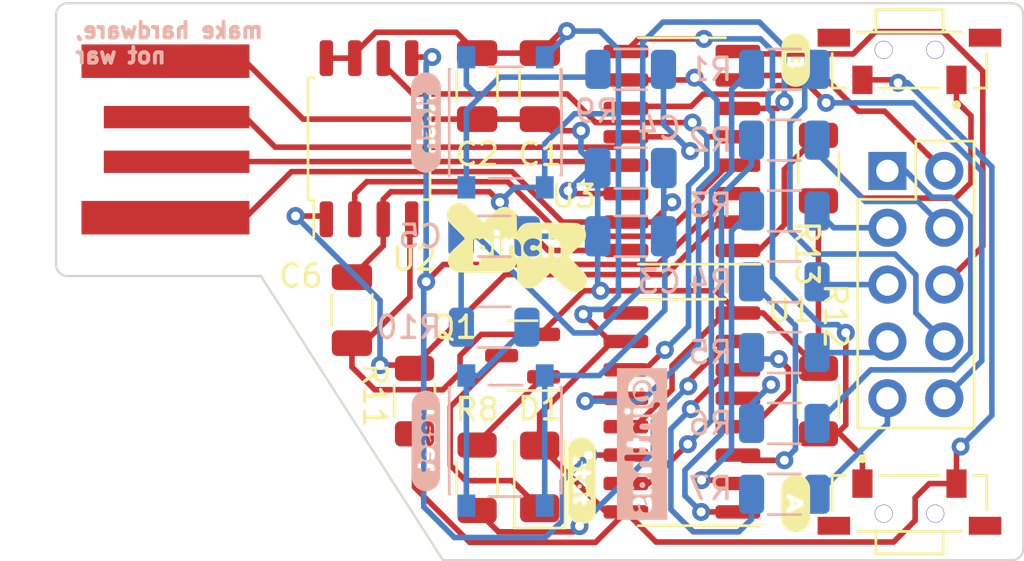
<source format=kicad_pcb>
(kicad_pcb (version 20211014) (generator pcbnew)
  (layers (0 "F.Cu" signal) (31 "B.Cu" signal) (34 "B.Paste" user) (35 "F.Paste" user) (36 "B.SilkS" user "B.Silkscreen") (37 "F.SilkS" user "F.Silkscreen") (38 "B.Mask" user) (39 "F.Mask" user) (44 "Edge.Cuts" user))
  (net 0 "")
  (net 1 "VCC")
  (net 2 "GND")
  (net 3 "VBUS")
  (net 4 "RESET")
  (net 5 "Net-(D1-Pad1)")
  (net 6 "P3.6")
  (net 7 "Net-(Q1-Pad1)")
  (net 8 "Net-(R1-Pad1)")
  (net 9 "Net-(DS1-Pad7)")
  (net 10 "Net-(R2-Pad1)")
  (net 11 "Net-(DS1-Pad9)")
  (net 12 "Net-(R3-Pad1)")
  (net 13 "Net-(DS1-Pad2)")
  (net 14 "Net-(R4-Pad1)")
  (net 15 "Net-(DS1-Pad3)")
  (net 16 "Net-(R5-Pad1)")
  (net 17 "Net-(DS1-Pad4)")
  (net 18 "Net-(R6-Pad1)")
  (net 19 "Net-(DS1-Pad1)")
  (net 20 "Net-(R7-Pad1)")
  (net 21 "Net-(DS1-Pad5)")
  (net 22 "Net-(R8-Pad1)")
  (net 23 "Net-(R9-Pad2)")
  (net 24 "Net-(R10-Pad2)")
  (net 25 "P1.4")
  (net 26 "P1.1")
  (net 27 "P3.2")
  (net 29 "P1.7")
  (net 30 "P3.3")
  (net 31 "P1.5")
  (net 32 "P1.6")
  (net 33 "P3.1")
  (net 34 "P3.0")
  (net 35 "P3.4")
  (net 36 "P3.7")
  (footprint "libraries:SW_TL3330AF130QG" (layer "F.Cu") (at 154.94 81.534 180)
    (fp_text reference "SW4" hide)
    (fp_text value "BUTTON_B" hide)
  )
  (footprint "libraries:Display_2531AB" (layer "F.Cu") (at 155.48 85.852)
    (fp_text reference "DS1" hide)
    (fp_text value "NET-2531AB-11" hide)
  )
  (footprint "Capacitor_SMD:C_1206_3216Metric" (layer "F.Cu") (at 135.636 82.698 -90)
    (fp_text reference "C2")
    (fp_text value "0.1uF")
  )
  (footprint "Resistor_SMD:R_1206_3216Metric" (layer "F.Cu") (at 150.876 86.36 90)
    (fp_text reference "R13")
    (fp_text value "10K")
  )
  (footprint "Capacitor_SMD:C_1206_3216Metric" (layer "F.Cu") (at 130.048 92.71 90)
    (fp_text reference "C6")
    (fp_text value "0.1uF")
  )
  (footprint "Package_SO:SOIC-8_5.23x5.23mm_P1.27mm" (layer "F.Cu") (at 130.81 85.048 90)
    (fp_text reference "U2")
    (fp_text value "W25Q32JVSS")
  )
  (footprint "Resistor_SMD:R_1206_3216Metric" (layer "F.Cu") (at 135.636 100.202 90)
    (fp_text reference "R8")
    (fp_text value "1K")
  )
  (footprint "kibuzzard-63728B2A" (layer "F.Cu") (at 140.308 100.33 -90)
    (fp_text reference "kibuzzard-63728B2A" hide)
    (fp_text value "G***" hide)
  )
  (footprint "kibuzzard-63727E80" (layer "F.Cu") (at 149.86 81.534 -90)
    (fp_text reference "kibuzzard-63727E80" hide)
    (fp_text value "G***" hide)
  )
  (footprint "libraries:USB-A-PCB" (layer "F.Cu") (at 121.92 85.0816)
    (fp_text reference "J1")
    (fp_text value "USBPCB")
  )
  (footprint "Capacitor_SMD:C_1206_3216Metric" (layer "F.Cu") (at 138.438 82.698 -90)
    (fp_text reference "C1")
    (fp_text value "0.1uF")
  )
  (footprint "Resistor_SMD:R_1206_3216Metric" (layer "F.Cu") (at 150.876 96.774 -90)
    (fp_text reference "R12")
    (fp_text value "10K")
  )
  (footprint "libraries:SW_TL3330AF130QG" (layer "F.Cu") (at 154.94 101.346)
    (fp_text reference "SW3" hide)
    (fp_text value "BUTTON_A" hide)
  )
  (footprint "Package_SO:SOP-16_3.9x9.9mm_P1.27mm" (layer "F.Cu") (at 144.78 85.598 180)
    (fp_text reference "U3")
    (fp_text value "CH552G")
  )
  (footprint "libraries:Logo" (layer "F.Cu") (at 137.414 89.916)
    (fp_text reference "G***" hide)
    (fp_text value "LOGO" hide)
  )
  (footprint "Resistor_SMD:R_1206_3216Metric" (layer "F.Cu") (at 132.842 96.774 90)
    (fp_text reference "R11")
    (fp_text value "4.7K")
  )
  (footprint "Package_SO:SOP-16_3.9x9.9mm_P1.27mm" (layer "F.Cu") (at 144.78 97.282 180)
    (fp_text reference "U1")
    (fp_text value "74HC595")
  )
  (footprint "LED_SMD:LED_1206_3216Metric" (layer "F.Cu") (at 138.43 100.162 90)
    (fp_text reference "D1")
    (fp_text value "LED")
  )
  (footprint "Package_TO_SOT_SMD:SOT-23" (layer "F.Cu") (at 137.668 94.742 180)
    (fp_text reference "Q1")
    (fp_text value "BC847")
  )
  (footprint "kibuzzard-63727E71" (layer "F.Cu") (at 149.86 101.346 -90)
    (fp_text reference "kibuzzard-63727E71" hide)
    (fp_text value "G***" hide)
  )
  (footprint "Resistor_SMD:R_1206_3216Metric" (layer "B.Cu") (at 142.494 81.948 180)
    (fp_text reference "R9")
    (fp_text value "10K")
  )
  (footprint "kibuzzard-63728C1B" (layer "B.Cu") (at 143.002 98.691565 -90)
    (fp_text reference "kibuzzard-63728C1B" hide)
    (fp_text value "G***" hide)
  )
  (footprint "Capacitor_SMD:C_1206_3216Metric" (layer "B.Cu") (at 136.398 89.408)
    (fp_text reference "C5")
    (fp_text value "0.1uF")
  )
  (footprint "Resistor_SMD:R_1206_3216Metric" (layer "B.Cu") (at 149.352 94.6075)
    (fp_text reference "R5")
    (fp_text value "1K")
  )
  (footprint "Resistor_SMD:R_1206_3216Metric" (layer "B.Cu") (at 149.352 91.4426)
    (fp_text reference "R4")
    (fp_text value "1K")
  )
  (footprint "Resistor_SMD:R_1206_3216Metric" (layer "B.Cu") (at 149.352 97.7723)
    (fp_text reference "R6")
    (fp_text value "1K")
  )
  (footprint "Resistor_SMD:R_1206_3216Metric" (layer "B.Cu") (at 149.352 81.948)
    (fp_text reference "R1")
    (fp_text value "1K")
  )
  (footprint "Capacitor_SMD:C_1206_3216Metric" (layer "B.Cu") (at 142.494 86.36 180)
    (fp_text reference "C4")
    (fp_text value "4.7uF")
  )
  (footprint "Resistor_SMD:R_1206_3216Metric" (layer "B.Cu") (at 149.352 100.9372)
    (fp_text reference "R7")
    (fp_text value "1K")
  )
  (footprint "kibuzzard-63728AF8" (layer "B.Cu") (at 133.35 84.328 -90)
    (fp_text reference "kibuzzard-63728AF8" hide)
    (fp_text value "G***" hide)
  )
  (footprint "libraries:SW_Push_45x45mm_H1.5mm" (layer "B.Cu") (at 136.906 84.328 -90)
    (fp_text reference "SW1" hide)
    (fp_text value "FLASH" hide)
  )
  (footprint "Capacitor_SMD:C_1206_3216Metric" (layer "B.Cu") (at 142.494 89.408 180)
    (fp_text reference "C3")
    (fp_text value "0.1uF")
  )
  (footprint "Resistor_SMD:R_1206_3216Metric" (layer "B.Cu") (at 149.352 88.2777)
    (fp_text reference "R3")
    (fp_text value "1K")
  )
  (footprint "Resistor_SMD:R_1206_3216Metric" (layer "B.Cu") (at 149.352 85.1129)
    (fp_text reference "R2")
    (fp_text value "1K")
  )
  (footprint "libraries:SW_Push_45x45mm_H1.5mm" (layer "B.Cu") (at 136.906 98.552 -90)
    (fp_text reference "SW2" hide)
    (fp_text value "RESET" hide)
  )
  (footprint "kibuzzard-63728AEE" (layer "B.Cu") (at 133.35 98.552 -90)
    (fp_text reference "kibuzzard-63728AEE" hide)
    (fp_text value "G***" hide)
  )
  (footprint "Resistor_SMD:R_1206_3216Metric" (layer "B.Cu") (at 136.398 93.472)
    (fp_text reference "R10")
    (fp_text value "330R")
  )
  (gr_arc (start 160.02 103.378) (mid 159.87121 103.73721) (end 159.512 103.886) (layer "Edge.Cuts") (width 0.1))
  (gr_line (start 159.512 103.886) (end 134.112 103.886) (layer "Edge.Cuts") (width 0.1))
  (gr_line (start 116.84 90.678) (end 116.84 79.502) (layer "Edge.Cuts") (width 0.1))
  (gr_arc (start 116.84 79.502) (mid 116.98879 79.14279) (end 117.348 78.994) (layer "Edge.Cuts") (width 0.1))
  (gr_arc (start 159.512 78.994) (mid 159.87121 79.14279) (end 160.02 79.502) (layer "Edge.Cuts") (width 0.1))
  (gr_line (start 160.02 79.502) (end 160.02 103.378) (layer "Edge.Cuts") (width 0.1))
  (gr_line (start 125.984 91.186) (end 117.348 91.186) (layer "Edge.Cuts") (width 0.1))
  (gr_line (start 134.112 103.886) (end 125.984 91.186) (layer "Edge.Cuts") (width 0.1))
  (gr_line (start 117.348 78.994) (end 159.512 78.994) (layer "Edge.Cuts") (width 0.1))
  (gr_arc (start 117.348 91.186) (mid 116.98879 91.03721) (end 116.84 90.678) (layer "Edge.Cuts") (width 0.1))
  (gr_text "make hardware,\nnot war" (at 117.602 80.772) (layer "B.SilkS") (effects (font (size 0.7 0.7) (thickness 0.175)) (justify right mirror)))
  (segment (start 131.113 80.2899) (end 130.175 81.2279) (width 0.25) (layer "F.Cu") (net 1))
  (segment (start 141.5763 94.107) (end 141.5763 94.2129) (width 0.25) (layer "F.Cu") (net 1))
  (segment (start 138.43 98.762) (end 141.395 101.727) (width 0.25) (layer "F.Cu") (net 1))
  (segment (start 138.438 81.223) (end 139.4213 80.2397) (width 0.25) (layer "F.Cu") (net 1))
  (segment (start 131.445 89.838) (end 130.048 91.235) (width 0.25) (layer "F.Cu") (net 1))
  (segment (start 139.4213 80.2397) (end 139.6419 80.2397) (width 0.25) (layer "F.Cu") (net 1))
  (segment (start 138.43 98.0606) (end 138.43 98.2927) (width 0.25) (layer "F.Cu") (net 1))
  (segment (start 131.7815 87.4205) (end 136.1885 87.4205) (width 0.25) (layer "F.Cu") (net 1))
  (segment (start 142.28 94.107) (end 141.5763 94.107) (width 0.25) (layer "F.Cu") (net 1))
  (segment (start 138.811 90.043) (end 142.28 90.043) (width 0.25) (layer "F.Cu") (net 1))
  (segment (start 138.43 97.3592) (end 138.43 98.0606) (width 0.25) (layer "F.Cu") (net 1))
  (segment (start 138.43 98.0606) (end 138.43 98.762) (width 0.25) (layer "F.Cu") (net 1))
  (segment (start 135.307827 103.087) (end 140.92 103.087) (width 0.25) (layer "F.Cu") (net 1))
  (segment (start 152.84 82.419) (end 154.301 82.419) (width 0.25) (layer "F.Cu") (net 1))
  (segment (start 155.825 100.461) (end 157.04 100.461) (width 0.25) (layer "F.Cu") (net 1))
  (segment (start 155.194 102.108) (end 155.194 101.092) (width 0.25) (layer "F.Cu") (net 1))
  (segment (start 141.5763 94.107) (end 140.3762 92.9069) (width 0.25) (layer "F.Cu") (net 1))
  (segment (start 135.636 81.223) (end 134.7029 80.2899) (width 0.25) (layer "F.Cu") (net 1))
  (segment (start 154.301 82.419) (end 154.432 82.55) (width 0.25) (layer "F.Cu") (net 1))
  (segment (start 154.231 103.071) (end 155.194 102.108) (width 0.25) (layer "F.Cu") (net 1))
  (segment (start 140.3762 92.9069) (end 140.3762 92.8958) (width 0.25) (layer "F.Cu") (net 1))
  (segment (start 130.175 81.2279) (end 130.175 81.448) (width 0.25) (layer "F.Cu") (net 1))
  (segment (start 141.5763 94.2129) (end 138.43 97.3592) (width 0.25) (layer "F.Cu") (net 1))
  (segment (start 128.905 81.448) (end 130.175 81.448) (width 0.25) (layer "F.Cu") (net 1))
  (segment (start 143.624 103.071) (end 154.231 103.071) (width 0.25) (layer "F.Cu") (net 1))
  (segment (start 155.194 101.092) (end 155.825 100.461) (width 0.25) (layer "F.Cu") (net 1))
  (segment (start 132.842 100.621173) (end 135.307827 103.087) (width 0.25) (layer "F.Cu") (net 1))
  (segment (start 141.395 101.727) (end 142.28 101.727) (width 0.25) (layer "F.Cu") (net 1))
  (segment (start 131.445 87.757) (end 131.7815 87.4205) (width 0.25) (layer "F.Cu") (net 1))
  (segment (start 136.1885 87.4205) (end 136.652 87.884) (width 0.25) (layer "F.Cu") (net 1))
  (segment (start 142.28 101.727) (end 143.624 103.071) (width 0.25) (layer "F.Cu") (net 1))
  (segment (start 157.04 98.992) (end 157.226 98.806) (width 0.25) (layer "F.Cu") (net 1))
  (segment (start 131.445 88.648) (end 131.445 87.757) (width 0.25) (layer "F.Cu") (net 1))
  (segment (start 132.842 98.2365) (end 132.842 100.621173) (width 0.25) (layer "F.Cu") (net 1))
  (segment (start 139.6419 80.2397) (end 139.6419 80.2396) (width 0.25) (layer "F.Cu") (net 1))
  (segment (start 131.445 88.648) (end 131.445 89.838) (width 0.25) (layer "F.Cu") (net 1))
  (segment (start 157.04 100.461) (end 157.04 98.992) (width 0.25) (layer "F.Cu") (net 1))
  (segment (start 140.92 103.087) (end 142.28 101.727) (width 0.25) (layer "F.Cu") (net 1))
  (segment (start 135.636 81.223) (end 138.438 81.223) (width 0.25) (layer "F.Cu") (net 1))
  (segment (start 136.652 87.884) (end 138.811 90.043) (width 0.25) (layer "F.Cu") (net 1))
  (segment (start 134.7029 80.2899) (end 131.113 80.2899) (width 0.25) (layer "F.Cu") (net 1))
  (via (at 140.3762 92.8958) (size 0.8) (drill 0.4) (layers "F.Cu" "B.Cu") (net 1))
  (via (at 157.226 98.806) (size 0.8) (drill 0.4) (layers "F.Cu" "B.Cu") (net 1))
  (via (at 154.432 82.55) (size 0.8) (drill 0.4) (layers "F.Cu" "B.Cu") (net 1))
  (via (at 136.652 87.884) (size 0.8) (drill 0.4) (layers "F.Cu" "B.Cu") (net 1))
  (via (at 139.6419 80.2396) (size 0.8) (drill 0.4) (layers "F.Cu" "B.Cu") (net 1))
  (segment (start 158.6191 97.4129) (end 158.6191 86.307904) (width 0.25) (layer "B.Cu") (net 1))
  (segment (start 140.5933 92.6787) (end 140.3762 92.8958) (width 0.25) (layer "B.Cu") (net 1))
  (segment (start 141.3381 92.6787) (end 140.5933 92.6787) (width 0.25) (layer "B.Cu") (net 1))
  (segment (start 139.6419 80.4211) (end 138.656 81.407) (width 0.25) (layer "B.Cu") (net 1))
  (segment (start 141.9451 83.9318) (end 139.9923 83.9318) (width 0.25) (layer "B.Cu") (net 1))
  (segment (start 141.9451 83.9318) (end 141.9451 92.0717) (width 0.25) (layer "B.Cu") (net 1))
  (segment (start 157.226 98.806) (end 158.6191 97.4129) (width 0.25) (layer "B.Cu") (net 1))
  (segment (start 141.1191 80.2396) (end 141.9451 81.0656) (width 0.25) (layer "B.Cu") (net 1))
  (segment (start 154.861196 82.55) (end 154.432 82.55) (width 0.25) (layer "B.Cu") (net 1))
  (segment (start 141.9451 81.0656) (end 141.9451 83.9318) (width 0.25) (layer "B.Cu") (net 1))
  (segment (start 139.9923 83.9318) (end 138.656 85.2681) (width 0.25) (layer "B.Cu") (net 1))
  (segment (start 137.3124 87.2236) (end 136.652 87.884) (width 0.25) (layer "B.Cu") (net 1))
  (segment (start 139.6419 80.2396) (end 139.6419 80.4211) (width 0.25) (layer "B.Cu") (net 1))
  (segment (start 138.656 85.2681) (end 138.656 87.2236) (width 0.25) (layer "B.Cu") (net 1))
  (segment (start 138.656 87.2236) (end 137.3124 87.2236) (width 0.25) (layer "B.Cu") (net 1))
  (segment (start 158.6191 86.307904) (end 154.861196 82.55) (width 0.25) (layer "B.Cu") (net 1))
  (segment (start 139.6419 80.2396) (end 141.1191 80.2396) (width 0.25) (layer "B.Cu") (net 1))
  (segment (start 141.9451 92.0717) (end 141.3381 92.6787) (width 0.25) (layer "B.Cu") (net 1))
  (segment (start 144.3398 95.191505) (end 146.694305 92.837) (width 0.25) (layer "F.Cu") (net 2))
  (segment (start 135.636 84.173) (end 127.8686 84.173) (width 0.25) (layer "F.Cu") (net 2))
  (segment (start 130.048 94.185) (end 130.048 95.25) (width 0.25) (layer "F.Cu") (net 2))
  (segment (start 144.3398 96.258951) (end 144.3398 95.191505) (width 0.25) (layer "F.Cu") (net 2))
  (segment (start 139.827 87.503) (end 139.7 87.376) (width 0.25) (layer "F.Cu") (net 2))
  (segment (start 134.112 96.266) (end 134.874 95.504) (width 0.25) (layer "F.Cu") (net 2))
  (segment (start 142.28 97.917) (end 142.681751 97.917) (width 0.25) (layer "F.Cu") (net 2))
  (segment (start 140.4025 91.8441) (end 138.6055 93.6411) (width 0.25) (layer "F.Cu") (net 2))
  (segment (start 140.2737 84.6912) (end 138.9562 84.6912) (width 0.25) (layer "F.Cu") (net 2))
  (segment (start 141.1472 91.8441) (end 146.2871 91.8441) (width 0.25) (layer "F.Cu") (net 2))
  (segment (start 146.2871 91.8441) (end 147.28 92.837) (width 0.25) (layer "F.Cu") (net 2))
  (segment (start 130.048 95.25) (end 131.064 96.266) (width 0.25) (layer "F.Cu") (net 2))
  (segment (start 125.22962 81.53402) (end 127.8686 84.173) (width 0.25) (layer "F.Cu") (net 2))
  (segment (start 150.876 87.8225) (end 150.876 95.3115) (width 0.25) (layer "F.Cu") (net 2))
  (segment (start 134.874 94.742) (end 135.824 93.792) (width 0.25) (layer "F.Cu") (net 2))
  (segment (start 132.6367 88.7263) (end 132.6367 92.1257) (width 0.25) (layer "F.Cu") (net 2))
  (segment (start 130.5774 94.185) (end 130.048 94.185) (width 0.25) (layer "F.Cu") (net 2))
  (segment (start 142.28 87.503) (end 139.827 87.503) (width 0.25) (layer "F.Cu") (net 2))
  (segment (start 135.824 93.792) (end 138.6055 93.792) (width 0.25) (layer "F.Cu") (net 2))
  (segment (start 132.6367 92.1257) (end 130.5774 94.185) (width 0.25) (layer "F.Cu") (net 2))
  (segment (start 138.6055 93.6411) (end 138.6055 93.792) (width 0.25) (layer "F.Cu") (net 2))
  (segment (start 121.72188 81.53402) (end 125.22962 81.53402) (width 0.25) (layer "F.Cu") (net 2))
  (segment (start 138.438 84.173) (end 135.636 84.173) (width 0.25) (layer "F.Cu") (net 2))
  (segment (start 146.694305 92.837) (end 147.28 92.837) (width 0.25) (layer "F.Cu") (net 2))
  (segment (start 131.064 96.266) (end 134.112 96.266) (width 0.25) (layer "F.Cu") (net 2))
  (segment (start 148.4015 92.837) (end 147.28 92.837) (width 0.25) (layer "F.Cu") (net 2))
  (segment (start 134.874 95.504) (end 134.874 94.742) (width 0.25) (layer "F.Cu") (net 2))
  (segment (start 138.9562 84.6912) (end 138.438 84.173) (width 0.25) (layer "F.Cu") (net 2))
  (segment (start 132.715 88.648) (end 132.6367 88.7263) (width 0.25) (layer "F.Cu") (net 2))
  (segment (start 142.681751 97.917) (end 144.3398 96.258951) (width 0.25) (layer "F.Cu") (net 2))
  (segment (start 150.876 95.3115) (end 148.4015 92.837) (width 0.25) (layer "F.Cu") (net 2))
  (segment (start 141.1472 91.8441) (end 140.4025 91.8441) (width 0.25) (layer "F.Cu") (net 2))
  (via (at 141.1472 91.8441) (size 0.8) (drill 0.4) (layers "F.Cu" "B.Cu") (net 2))
  (via (at 139.7 87.376) (size 0.8) (drill 0.4) (layers "F.Cu" "B.Cu") (net 2))
  (via (at 140.2737 84.6912) (size 0.8) (drill 0.4) (layers "F.Cu" "B.Cu") (net 2))
  (segment (start 141.019 91.7159) (end 141.1472 91.8441) (width 0.25) (layer "B.Cu") (net 2))
  (segment (start 141.019 89.408) (end 141.019 86.8387) (width 0.25) (layer "B.Cu") (net 2))
  (segment (start 141.019 89.408) (end 141.019 90.2697) (width 0.25) (layer "B.Cu") (net 2))
  (segment (start 137.873 89.408) (end 141.019 89.408) (width 0.25) (layer "B.Cu") (net 2))
  (segment (start 140.2737 85.6147) (end 140.2737 84.6912) (width 0.25) (layer "B.Cu") (net 2))
  (segment (start 140.716 86.36) (end 139.7 87.376) (width 0.25) (layer "B.Cu") (net 2))
  (segment (start 141.019 86.36) (end 140.716 86.36) (width 0.25) (layer "B.Cu") (net 2))
  (segment (start 141.019 90.2697) (end 141.019 91.7159) (width 0.25) (layer "B.Cu") (net 2))
  (segment (start 141.019 86.36) (end 140.2737 85.6147) (width 0.25) (layer "B.Cu") (net 2))
  (segment (start 141.019 86.8387) (end 141.019 86.36) (width 0.25) (layer "B.Cu") (net 2))
  (segment (start 127.3475 86.5205) (end 137.194896 86.5205) (width 0.25) (layer "F.Cu") (net 3))
  (segment (start 144.3457 87.8871) (end 143.4598 88.773) (width 0.25) (layer "F.Cu") (net 3))
  (segment (start 125.33882 88.52918) (end 127.3475 86.5205) (width 0.25) (layer "F.Cu") (net 3))
  (segment (start 121.72188 88.52918) (end 125.33882 88.52918) (width 0.25) (layer "F.Cu") (net 3))
  (segment (start 139.447396 88.773) (end 142.28 88.773) (width 0.25) (layer "F.Cu") (net 3))
  (segment (start 137.194896 86.5205) (end 139.447396 88.773) (width 0.25) (layer "F.Cu") (net 3))
  (segment (start 143.4598 88.773) (end 142.28 88.773) (width 0.25) (layer "F.Cu") (net 3))
  (via (at 144.3457 87.8871) (size 0.8) (drill 0.4) (layers "F.Cu" "B.Cu") (net 3))
  (segment (start 138.656 95.631) (end 141.097 95.631) (width 0.25) (layer "B.Cu") (net 3))
  (segment (start 143.969 87.8871) (end 144.3457 87.8871) (width 0.25) (layer "B.Cu") (net 3))
  (segment (start 144.018 92.71) (end 144.018 89.457) (width 0.25) (layer "B.Cu") (net 3))
  (segment (start 141.097 95.631) (end 144.018 92.71) (width 0.25) (layer "B.Cu") (net 3))
  (segment (start 138.656 95.631) (end 138.656 101.4476) (width 0.25) (layer "B.Cu") (net 3))
  (segment (start 143.969 87.8871) (end 143.969 89.408) (width 0.25) (layer "B.Cu") (net 3))
  (segment (start 143.969 86.36) (end 143.969 87.8871) (width 0.25) (layer "B.Cu") (net 3))
  (segment (start 144.018 89.457) (end 143.969 89.408) (width 0.25) (layer "B.Cu") (net 3))
  (segment (start 147.28 83.693) (end 149.0572 83.693) (width 0.25) (layer "F.Cu") (net 4))
  (segment (start 149.0572 83.693) (end 149.3531 83.3971) (width 0.25) (layer "F.Cu") (net 4))
  (via (at 149.3531 83.3971) (size 0.8) (drill 0.4) (layers "F.Cu" "B.Cu") (net 4))
  (segment (start 148.2379 79.8372) (end 149.3531 80.9524) (width 0.25) (layer "B.Cu") (net 4))
  (segment (start 139.954 93.726) (end 137.668 91.44) (width 0.25) (layer "B.Cu") (net 4))
  (segment (start 134.923 89.408) (end 134.923 93.4595) (width 0.25) (layer "B.Cu") (net 4))
  (segment (start 134.923 93.4595) (end 134.9355 93.472) (width 0.25) (layer "B.Cu") (net 4))
  (segment (start 143.0316 91.6639) (end 143.0316 80.7424) (width 0.25) (layer "B.Cu") (net 4))
  (segment (start 135.636 89.408) (end 137.668 91.44) (width 0.25) (layer "B.Cu") (net 4))
  (segment (start 140.9695 93.726) (end 143.0316 91.6639) (width 0.25) (layer "B.Cu") (net 4))
  (segment (start 140.9695 93.726) (end 139.954 93.726) (width 0.25) (layer "B.Cu") (net 4))
  (segment (start 134.923 89.408) (end 135.636 89.408) (width 0.25) (layer "B.Cu") (net 4))
  (segment (start 143.0316 80.7424) (end 143.9368 79.8372) (width 0.25) (layer "B.Cu") (net 4))
  (segment (start 143.9368 79.8372) (end 148.2379 79.8372) (width 0.25) (layer "B.Cu") (net 4))
  (segment (start 149.3531 80.9524) (end 149.3531 83.3971) (width 0.25) (layer "B.Cu") (net 4))
  (segment (start 137.198 100.33) (end 138.43 101.562) (width 0.25) (layer "F.Cu") (net 5))
  (segment (start 134.436 97.0365) (end 134.436 99.638) (width 0.25) (layer "F.Cu") (net 5))
  (segment (start 135.128 100.33) (end 137.198 100.33) (width 0.25) (layer "F.Cu") (net 5))
  (segment (start 134.436 99.638) (end 135.128 100.33) (width 0.25) (layer "F.Cu") (net 5))
  (segment (start 136.7305 94.742) (end 134.436 97.0365) (width 0.25) (layer "F.Cu") (net 5))
  (segment (start 141.8153 85.4277) (end 142.28 84.963) (width 0.25) (layer "F.Cu") (net 6))
  (segment (start 126.6226 85.4277) (end 141.8153 85.4277) (width 0.25) (layer "F.Cu") (net 6))
  (segment (start 122.21972 84.03338) (end 125.22828 84.03338) (width 0.25) (layer "F.Cu") (net 6))
  (segment (start 144.5128 84.963) (end 145.1478 85.598) (width 0.25) (layer "F.Cu") (net 6))
  (segment (start 142.28 84.963) (end 144.5128 84.963) (width 0.25) (layer "F.Cu") (net 6))
  (segment (start 125.22828 84.03338) (end 126.6226 85.4277) (width 0.25) (layer "F.Cu") (net 6))
  (via (at 145.1478 85.598) (size 0.8) (drill 0.4) (layers "F.Cu" "B.Cu") (net 6))
  (segment (start 143.9565 84.4067) (end 145.1478 85.598) (width 0.25) (layer "B.Cu") (net 6))
  (segment (start 143.9565 81.948) (end 143.9565 84.4067) (width 0.25) (layer "B.Cu") (net 6))
  (segment (start 135.636 98.6615) (end 138.6055 95.692) (width 0.25) (layer "F.Cu") (net 7))
  (segment (start 135.636 98.7395) (end 135.636 98.6615) (width 0.25) (layer "F.Cu") (net 7))
  (segment (start 145.0423 98.6992) (end 143.2845 100.457) (width 0.25) (layer "F.Cu") (net 8))
  (segment (start 143.2845 100.457) (end 142.28 100.457) (width 0.25) (layer "F.Cu") (net 8))
  (via (at 145.0423 98.6992) (size 0.8) (drill 0.4) (layers "F.Cu" "B.Cu") (net 8))
  (segment (start 147.8895 81.948) (end 147.0001 82.8374) (width 0.25) (layer "B.Cu") (net 8))
  (segment (start 147.0001 82.8374) (end 147.0001 86.4922) (width 0.25) (layer "B.Cu") (net 8))
  (segment (start 146.0941 87.3982) (end 146.0941 97.6474) (width 0.25) (layer "B.Cu") (net 8))
  (segment (start 147.0001 86.4922) (end 146.0941 87.3982) (width 0.25) (layer "B.Cu") (net 8))
  (segment (start 146.0941 97.6474) (end 145.0423 98.6992) (width 0.25) (layer "B.Cu") (net 8))
  (segment (start 150.263827 83.670173) (end 149.606 84.328) (width 0.25) (layer "B.Cu") (net 9))
  (segment (start 149.606 84.328) (end 149.606 89.154) (width 0.25) (layer "B.Cu") (net 9))
  (segment (start 150.263827 82.498673) (end 150.263827 83.670173) (width 0.25) (layer "B.Cu") (net 9))
  (segment (start 150.8145 81.948) (end 150.263827 82.498673) (width 0.25) (layer "B.Cu") (net 9))
  (segment (start 155.226 91.1362) (end 155.226 92.837) (width 0.25) (layer "B.Cu") (net 9))
  (segment (start 155.226 92.837) (end 156.496 94.107) (width 0.25) (layer "B.Cu") (net 9))
  (segment (start 149.606 89.154) (end 150.6542 90.2022) (width 0.25) (layer "B.Cu") (net 9))
  (segment (start 150.6542 90.2022) (end 154.292 90.2022) (width 0.25) (layer "B.Cu") (net 9))
  (segment (start 154.292 90.2022) (end 155.226 91.1362) (width 0.25) (layer "B.Cu") (net 9))
  (segment (start 147.28 101.727) (end 145.6395 101.727) (width 0.25) (layer "F.Cu") (net 10))
  (via (at 145.6395 101.727) (size 0.8) (drill 0.4) (layers "F.Cu" "B.Cu") (net 10))
  (segment (start 144.9162 99.8609) (end 146.5443 98.2328) (width 0.25) (layer "B.Cu") (net 10))
  (segment (start 145.6395 101.727) (end 144.9162 101.0037) (width 0.25) (layer "B.Cu") (net 10))
  (segment (start 144.9162 101.0037) (end 144.9162 99.8609) (width 0.25) (layer "B.Cu") (net 10))
  (segment (start 146.5443 87.5845) (end 147.8895 86.2393) (width 0.25) (layer "B.Cu") (net 10))
  (segment (start 147.8895 86.2393) (end 147.8895 85.1129) (width 0.25) (layer "B.Cu") (net 10))
  (segment (start 146.5443 98.2328) (end 146.5443 87.5845) (width 0.25) (layer "B.Cu") (net 10))
  (segment (start 150.8145 85.1129) (end 150.8145 85.6955) (width 0.25) (layer "B.Cu") (net 11))
  (segment (start 152.971 87.852) (end 155.321 87.852) (width 0.25) (layer "B.Cu") (net 11))
  (segment (start 150.8145 85.6955) (end 152.971 87.852) (width 0.25) (layer "B.Cu") (net 11))
  (segment (start 155.321 87.852) (end 156.496 89.027) (width 0.25) (layer "B.Cu") (net 11))
  (segment (start 147.28 100.457) (end 147.1302 100.3072) (width 0.25) (layer "F.Cu") (net 12))
  (segment (start 147.1302 100.3072) (end 145.657 100.3072) (width 0.25) (layer "F.Cu") (net 12))
  (via (at 145.657 100.3072) (size 0.8) (drill 0.4) (layers "F.Cu" "B.Cu") (net 12))
  (segment (start 146.9944 89.1728) (end 147.8895 88.2777) (width 0.25) (layer "B.Cu") (net 12))
  (segment (start 145.657 100.3072) (end 146.9944 98.9698) (width 0.25) (layer "B.Cu") (net 12))
  (segment (start 146.9944 98.9698) (end 146.9944 89.1728) (width 0.25) (layer "B.Cu") (net 12))
  (segment (start 150.8145 88.2777) (end 151.5638 89.027) (width 0.25) (layer "B.Cu") (net 13))
  (segment (start 151.5638 89.027) (end 153.956 89.027) (width 0.25) (layer "B.Cu") (net 13))
  (segment (start 149.3543 99.4192) (end 147.5122 99.4192) (width 0.25) (layer "F.Cu") (net 14))
  (segment (start 147.5122 99.4192) (end 147.28 99.187) (width 0.25) (layer "F.Cu") (net 14))
  (via (at 149.3543 99.4192) (size 0.8) (drill 0.4) (layers "F.Cu" "B.Cu") (net 14))
  (segment (start 149.8472 93.4003) (end 147.8895 91.4426) (width 0.25) (layer "B.Cu") (net 14))
  (segment (start 149.3543 99.4192) (end 149.8472 98.9263) (width 0.25) (layer "B.Cu") (net 14))
  (segment (start 149.8472 98.9263) (end 149.8472 93.4003) (width 0.25) (layer "B.Cu") (net 14))
  (segment (start 150.8145 91.4426) (end 150.9389 91.567) (width 0.25) (layer "B.Cu") (net 15))
  (segment (start 150.9389 91.567) (end 153.956 91.567) (width 0.25) (layer "B.Cu") (net 15))
  (segment (start 149.5348 96.3304) (end 149.5348 95.3218) (width 0.25) (layer "F.Cu") (net 16))
  (segment (start 149.5348 95.3218) (end 149.107 94.894) (width 0.25) (layer "F.Cu") (net 16))
  (segment (start 147.28 97.917) (end 147.9482 97.917) (width 0.25) (layer "F.Cu") (net 16))
  (segment (start 147.9482 97.917) (end 149.5348 96.3304) (width 0.25) (layer "F.Cu") (net 16))
  (via (at 149.107 94.894) (size 0.8) (drill 0.4) (layers "F.Cu" "B.Cu") (net 16))
  (segment (start 147.8895 94.6075) (end 148.176 94.894) (width 0.25) (layer "B.Cu") (net 16))
  (segment (start 148.176 94.894) (end 149.107 94.894) (width 0.25) (layer "B.Cu") (net 16))
  (segment (start 153.4555 94.6075) (end 153.956 94.107) (width 0.25) (layer "B.Cu") (net 17))
  (segment (start 150.8145 94.6075) (end 153.4555 94.6075) (width 0.25) (layer "B.Cu") (net 17))
  (segment (start 148.1537 96.647) (end 148.7595 96.0412) (width 0.25) (layer "F.Cu") (net 18))
  (segment (start 147.28 96.647) (end 148.1537 96.647) (width 0.25) (layer "F.Cu") (net 18))
  (via (at 148.7595 96.0412) (size 0.8) (drill 0.4) (layers "F.Cu" "B.Cu") (net 18))
  (segment (start 147.8895 96.9112) (end 147.8895 97.7723) (width 0.25) (layer "B.Cu") (net 18))
  (segment (start 148.7595 96.0412) (end 147.8895 96.9112) (width 0.25) (layer "B.Cu") (net 18))
  (segment (start 156.7985 87.6621) (end 155.9389 87.6621) (width 0.25) (layer "B.Cu") (net 19))
  (segment (start 154.7638 86.487) (end 155.9389 87.6621) (width 0.25) (layer "B.Cu") (net 19))
  (segment (start 157.6781 94.587) (end 157.6781 88.5417) (width 0.25) (layer "B.Cu") (net 19))
  (segment (start 153.956 86.487) (end 154.7638 86.487) (width 0.25) (layer "B.Cu") (net 19))
  (segment (start 156.8881 95.377) (end 157.6781 94.587) (width 0.25) (layer "B.Cu") (net 19))
  (segment (start 157.6781 88.5417) (end 156.7985 87.6621) (width 0.25) (layer "B.Cu") (net 19))
  (segment (start 150.8145 97.7723) (end 153.2098 95.377) (width 0.25) (layer "B.Cu") (net 19))
  (segment (start 153.2098 95.377) (end 156.8881 95.377) (width 0.25) (layer "B.Cu") (net 19))
  (segment (start 145.1786 97.1312) (end 145.1786 97.0433) (width 0.25) (layer "F.Cu") (net 20))
  (segment (start 146.8449 95.377) (end 147.28 95.377) (width 0.25) (layer "F.Cu") (net 20))
  (segment (start 145.1786 97.0433) (end 146.8449 95.377) (width 0.25) (layer "F.Cu") (net 20))
  (via (at 145.1786 97.1312) (size 0.8) (drill 0.4) (layers "F.Cu" "B.Cu") (net 20))
  (segment (start 147.32 102.616) (end 145.288 102.616) (width 0.25) (layer "B.Cu") (net 20))
  (segment (start 144.2892 98.0206) (end 145.1786 97.1312) (width 0.25) (layer "B.Cu") (net 20))
  (segment (start 145.288 102.616) (end 144.2892 101.6172) (width 0.25) (layer "B.Cu") (net 20))
  (segment (start 144.2892 101.6172) (end 144.2892 98.0206) (width 0.25) (layer "B.Cu") (net 20))
  (segment (start 147.8895 102.0465) (end 147.32 102.616) (width 0.25) (layer "B.Cu") (net 20))
  (segment (start 147.8895 100.9372) (end 147.8895 102.0465) (width 0.25) (layer "B.Cu") (net 20))
  (segment (start 150.8145 100.9372) (end 153.9296 97.8221) (width 0.25) (layer "B.Cu") (net 21))
  (segment (start 153.956 96.647) (end 153.956 97.8221) (width 0.25) (layer "B.Cu") (net 21))
  (segment (start 153.9296 97.8221) (end 153.956 97.8221) (width 0.25) (layer "B.Cu") (net 21))
  (segment (start 146.8386 94.107) (end 147.28 94.107) (width 0.25) (layer "F.Cu") (net 22))
  (segment (start 136.5875 102.616) (end 139.954 102.616) (width 0.25) (layer "F.Cu") (net 22))
  (segment (start 145.0648 95.8808) (end 146.8386 94.107) (width 0.25) (layer "F.Cu") (net 22))
  (segment (start 135.636 101.6645) (end 136.5875 102.616) (width 0.25) (layer "F.Cu") (net 22))
  (segment (start 145.0648 96.112) (end 145.0648 95.8808) (width 0.25) (layer "F.Cu") (net 22))
  (via (at 145.0648 96.112) (size 0.8) (drill 0.4) (layers "F.Cu" "B.Cu") (net 22))
  (via (at 140.208 102.362) (size 0.8) (drill 0.4) (layers "F.Cu" "B.Cu") (net 22))
  (segment (start 140.208 102.362) (end 143.51 99.06) (width 0.25) (layer "B.Cu") (net 22))
  (segment (start 143.51 99.06) (end 143.51 97.6668) (width 0.25) (layer "B.Cu") (net 22))
  (segment (start 143.51 97.6668) (end 145.0648 96.112) (width 0.25) (layer "B.Cu") (net 22))
  (segment (start 135.156 83.7904) (end 135.7311 83.2153) (width 0.25) (layer "B.Cu") (net 23))
  (segment (start 136.6504 82.296) (end 140.6835 82.296) (width 0.25) (layer "B.Cu") (net 23))
  (segment (start 135.7311 83.2153) (end 136.6504 82.296) (width 0.25) (layer "B.Cu") (net 23))
  (segment (start 135.156 81.407) (end 135.156 82.6402) (width 0.25) (layer "B.Cu") (net 23))
  (segment (start 135.156 87.2236) (end 135.156 83.7904) (width 0.25) (layer "B.Cu") (net 23))
  (segment (start 140.6835 82.296) (end 141.0315 81.948) (width 0.25) (layer "B.Cu") (net 23))
  (segment (start 135.156 82.6402) (end 135.7311 83.2153) (width 0.25) (layer "B.Cu") (net 23))
  (segment (start 135.156 95.631) (end 135.7015 95.631) (width 0.25) (layer "B.Cu") (net 24))
  (segment (start 135.7015 95.631) (end 137.8605 93.472) (width 0.25) (layer "B.Cu") (net 24))
  (segment (start 135.156 101.4476) (end 135.156 95.631) (width 0.25) (layer "B.Cu") (net 24))
  (segment (start 132.842 95.1656) (end 131.3025 95.1656) (width 0.25) (layer "F.Cu") (net 25))
  (segment (start 132.842 95.3115) (end 132.842 95.1656) (width 0.25) (layer "F.Cu") (net 25))
  (segment (start 146.431 88.773) (end 144.0851 91.1189) (width 0.25) (layer "F.Cu") (net 25))
  (segment (start 136.8887 91.1189) (end 132.842 95.1656) (width 0.25) (layer "F.Cu") (net 25))
  (segment (start 147.28 88.773) (end 146.431 88.773) (width 0.25) (layer "F.Cu") (net 25))
  (segment (start 144.0851 91.1189) (end 136.8887 91.1189) (width 0.25) (layer "F.Cu") (net 25))
  (segment (start 127.5313 88.5046) (end 128.7616 88.5046) (width 0.25) (layer "F.Cu") (net 25))
  (segment (start 128.7616 88.5046) (end 128.905 88.648) (width 0.25) (layer "F.Cu") (net 25))
  (via (at 131.3025 95.1656) (size 0.8) (drill 0.4) (layers "F.Cu" "B.Cu") (net 25))
  (via (at 127.5313 88.5046) (size 0.8) (drill 0.4) (layers "F.Cu" "B.Cu") (net 25))
  (segment (start 127.5313 88.5046) (end 131.3025 92.2758) (width 0.25) (layer "B.Cu") (net 25))
  (segment (start 131.3025 92.2758) (end 131.3025 95.1656) (width 0.25) (layer "B.Cu") (net 25))
  (segment (start 142.8455 80.5875) (end 145.7639 80.5875) (width 0.25) (layer "F.Cu") (net 26))
  (segment (start 152.84 99.246) (end 151.8305 98.2365) (width 0.25) (layer "F.Cu") (net 26))
  (segment (start 151.8305 98.2365) (end 150.876 98.2365) (width 0.25) (layer "F.Cu") (net 26))
  (segment (start 142.28 81.153) (end 142.8455 80.5875) (width 0.25) (layer "F.Cu") (net 26))
  (segment (start 152.097 97.839) (end 152.097 93.7204) (width 0.25) (layer "F.Cu") (net 26))
  (segment (start 151.6995 98.2365) (end 152.097 97.839) (width 0.25) (layer "F.Cu") (net 26))
  (segment (start 152.84 100.461) (end 152.84 99.246) (width 0.25) (layer "F.Cu") (net 26))
  (segment (start 150.876 98.2365) (end 151.6995 98.2365) (width 0.25) (layer "F.Cu") (net 26))
  (via (at 152.097 93.7204) (size 0.8) (drill 0.4) (layers "F.Cu" "B.Cu") (net 26))
  (via (at 145.7639 80.5875) (size 0.8) (drill 0.4) (layers "F.Cu" "B.Cu") (net 26))
  (segment (start 145.7639 80.5875) (end 148.2818 80.5875) (width 0.25) (layer "B.Cu") (net 26))
  (segment (start 148.8235 82.9013) (end 148.628 83.0968) (width 0.25) (layer "B.Cu") (net 26))
  (segment (start 148.8235 81.1292) (end 148.8235 82.9013) (width 0.25) (layer "B.Cu") (net 26))
  (segment (start 150.9534 93.3589) (end 151.7355 93.3589) (width 0.25) (layer "B.Cu") (net 26))
  (segment (start 148.8235 91.229) (end 150.9534 93.3589) (width 0.25) (layer "B.Cu") (net 26))
  (segment (start 148.2818 80.5875) (end 148.8235 81.1292) (width 0.25) (layer "B.Cu") (net 26))
  (segment (start 148.8235 83.8929) (end 148.8235 91.229) (width 0.25) (layer "B.Cu") (net 26))
  (segment (start 148.628 83.6974) (end 148.8235 83.8929) (width 0.25) (layer "B.Cu") (net 26))
  (segment (start 151.7355 93.3589) (end 152.097 93.7204) (width 0.25) (layer "B.Cu") (net 26))
  (segment (start 148.628 83.0968) (end 148.628 83.6974) (width 0.25) (layer "B.Cu") (net 26))
  (segment (start 156.9884 87.705) (end 157.6868 87.0066) (width 0.25) (layer "F.Cu") (net 27))
  (segment (start 150.876 85.7364) (end 151.0236 85.884) (width 0.25) (layer "F.Cu") (net 27))
  (segment (start 149.352 86.4215) (end 149.352 88.9) (width 0.25) (layer "F.Cu") (net 27))
  (segment (start 157.6868 84.0259) (end 157.04 83.3791) (width 0.25) (layer "F.Cu") (net 27))
  (segment (start 157.6868 87.0066) (end 157.6868 84.0259) (width 0.25) (layer "F.Cu") (net 27))
  (segment (start 148.209 90.043) (end 147.28 90.043) (width 0.25) (layer "F.Cu") (net 27))
  (segment (start 151.0236 85.884) (end 152.8446 87.705) (width 0.25) (layer "F.Cu") (net 27))
  (segment (start 157.04 82.419) (end 157.04 83.3791) (width 0.25) (layer "F.Cu") (net 27))
  (segment (start 152.8446 87.705) (end 156.9884 87.705) (width 0.25) (layer "F.Cu") (net 27))
  (segment (start 150.876 84.8975) (end 149.352 86.4215) (width 0.25) (layer "F.Cu") (net 27))
  (segment (start 150.876 84.8975) (end 150.876 85.7364) (width 0.25) (layer "F.Cu") (net 27))
  (segment (start 149.352 88.9) (end 148.209 90.043) (width 0.25) (layer "F.Cu") (net 27))
  (segment (start 132.7642 83.0488) (end 139.6568 83.0488) (width 0.25) (layer "F.Cu") (net 29))
  (segment (start 142.28 95.377) (end 143.129 95.377) (width 0.25) (layer "F.Cu") (net 29))
  (segment (start 139.6568 83.0488) (end 140.9367 84.3287) (width 0.25) (layer "F.Cu") (net 29))
  (segment (start 131.445 81.7296) (end 132.7642 83.0488) (width 0.25) (layer "F.Cu") (net 29))
  (segment (start 131.445 81.448) (end 131.445 81.7296) (width 0.25) (layer "F.Cu") (net 29))
  (segment (start 143.129 95.377) (end 144.018 94.488) (width 0.25) (layer "F.Cu") (net 29))
  (segment (start 145.8839 84.963) (end 145.2496 84.3287) (width 0.25) (layer "F.Cu") (net 29))
  (segment (start 147.28 84.963) (end 145.8839 84.963) (width 0.25) (layer "F.Cu") (net 29))
  (segment (start 140.9367 84.3287) (end 145.2496 84.3287) (width 0.25) (layer "F.Cu") (net 29))
  (via (at 144.018 94.488) (size 0.8) (drill 0.4) (layers "F.Cu" "B.Cu") (net 29))
  (via (at 145.2496 84.3287) (size 0.8) (drill 0.4) (layers "F.Cu" "B.Cu") (net 29))
  (segment (start 145.8933 84.9724) (end 145.2496 84.3287) (width 0.25) (layer "B.Cu") (net 29))
  (segment (start 145.0758 87.1432) (end 145.8933 86.3257) (width 0.25) (layer "B.Cu") (net 29))
  (segment (start 144.018 94.488) (end 145.0758 93.4302) (width 0.25) (layer "B.Cu") (net 29))
  (segment (start 145.8933 86.3257) (end 145.8933 84.9724) (width 0.25) (layer "B.Cu") (net 29))
  (segment (start 145.0758 93.4302) (end 145.0758 87.1432) (width 0.25) (layer "B.Cu") (net 29))
  (segment (start 140.589 96.647) (end 140.462 96.774) (width 0.25) (layer "F.Cu") (net 30))
  (segment (start 145.2427 82.423) (end 145.3437 82.322) (width 0.25) (layer "F.Cu") (net 30))
  (segment (start 142.28 96.647) (end 140.589 96.647) (width 0.25) (layer "F.Cu") (net 30))
  (segment (start 142.28 82.423) (end 145.2427 82.423) (width 0.25) (layer "F.Cu") (net 30))
  (via (at 145.3437 82.322) (size 0.8) (drill 0.4) (layers "F.Cu" "B.Cu") (net 30))
  (via (at 140.462 96.774) (size 0.8) (drill 0.4) (layers "F.Cu" "B.Cu") (net 30))
  (segment (start 145.5259 87.3297) (end 145.5259 94.2501) (width 0.25) (layer "B.Cu") (net 30))
  (segment (start 146.3434 86.5122) (end 145.5259 87.3297) (width 0.25) (layer "B.Cu") (net 30))
  (segment (start 145.5259 94.2501) (end 143.002 96.774) (width 0.25) (layer "B.Cu") (net 30))
  (segment (start 143.002 96.774) (end 140.462 96.774) (width 0.25) (layer "B.Cu") (net 30))
  (segment (start 145.3437 82.322) (end 146.3434 83.3217) (width 0.25) (layer "B.Cu") (net 30))
  (segment (start 146.3434 83.3217) (end 146.3434 86.5122) (width 0.25) (layer "B.Cu") (net 30))
  (segment (start 143.712449 90.6688) (end 134.1327 90.6688) (width 0.25) (layer "F.Cu") (net 31))
  (segment (start 132.764 81.399) (end 133.6315 81.399) (width 0.25) (layer "F.Cu") (net 31))
  (segment (start 132.715 81.448) (end 132.764 81.399) (width 0.25) (layer "F.Cu") (net 31))
  (segment (start 146.5464 87.503) (end 147.28 87.503) (width 0.25) (layer "F.Cu") (net 31))
  (segment (start 147.28 87.503) (end 146.878249 87.503) (width 0.25) (layer "F.Cu") (net 31))
  (segment (start 134.1327 90.6688) (end 133.3618 91.4397) (width 0.25) (layer "F.Cu") (net 31))
  (segment (start 146.878249 87.503) (end 143.712449 90.6688) (width 0.25) (layer "F.Cu") (net 31))
  (segment (start 142.28 99.187) (end 140.6071 99.187) (width 0.25) (layer "F.Cu") (net 31))
  (via (at 140.6071 99.187) (size 0.8) (drill 0.4) (layers "F.Cu" "B.Cu") (net 31))
  (via (at 133.6315 81.399) (size 0.8) (drill 0.4) (layers "F.Cu" "B.Cu") (net 31))
  (via (at 133.3618 91.4397) (size 0.8) (drill 0.4) (layers "F.Cu" "B.Cu") (net 31))
  (segment (start 133.253 91.5485) (end 133.253 101.503) (width 0.25) (layer "B.Cu") (net 31))
  (segment (start 133.253 101.503) (end 134.62 102.87) (width 0.25) (layer "B.Cu") (net 31))
  (segment (start 133.3618 81.6687) (end 133.3618 91.4397) (width 0.25) (layer "B.Cu") (net 31))
  (segment (start 138.684 102.87) (end 139.446 102.108) (width 0.25) (layer "B.Cu") (net 31))
  (segment (start 139.446 102.108) (end 139.446 100.3481) (width 0.25) (layer "B.Cu") (net 31))
  (segment (start 139.446 100.3481) (end 140.6071 99.187) (width 0.25) (layer "B.Cu") (net 31))
  (segment (start 133.3618 91.4397) (end 133.253 91.5485) (width 0.25) (layer "B.Cu") (net 31))
  (segment (start 133.6315 81.399) (end 133.3618 81.6687) (width 0.25) (layer "B.Cu") (net 31))
  (segment (start 134.62 102.87) (end 138.684 102.87) (width 0.25) (layer "B.Cu") (net 31))
  (segment (start 145.6719 87.3903) (end 146.8292 86.233) (width 0.25) (layer "F.Cu") (net 32))
  (segment (start 137.0085 86.9705) (end 139.446 89.408) (width 0.25) (layer "F.Cu") (net 32))
  (segment (start 139.446 89.408) (end 143.9364 89.408) (width 0.25) (layer "F.Cu") (net 32))
  (segment (start 143.9364 89.408) (end 145.6719 87.6725) (width 0.25) (layer "F.Cu") (net 32))
  (segment (start 130.175 87.503) (end 130.7075 86.9705) (width 0.25) (layer "F.Cu") (net 32))
  (segment (start 130.175 88.648) (end 130.175 87.503) (width 0.25) (layer "F.Cu") (net 32))
  (segment (start 130.7075 86.9705) (end 137.0085 86.9705) (width 0.25) (layer "F.Cu") (net 32))
  (segment (start 145.6719 87.6725) (end 145.6719 87.3903) (width 0.25) (layer "F.Cu") (net 32))
  (segment (start 146.8292 86.233) (end 147.28 86.233) (width 0.25) (layer "F.Cu") (net 32))
  (segment (start 152.654 83.82) (end 151.0561 82.2221) (width 0.25) (layer "F.Cu") (net 33))
  (segment (start 151.0561 82.2221) (end 147.4809 82.2221) (width 0.25) (layer "F.Cu") (net 33))
  (segment (start 156.496 86.487) (end 153.829 83.82) (width 0.25) (layer "F.Cu") (net 33))
  (segment (start 153.829 83.82) (end 152.654 83.82) (width 0.25) (layer "F.Cu") (net 33))
  (segment (start 147.4809 82.2221) (end 147.28 82.423) (width 0.25) (layer "F.Cu") (net 33))
  (segment (start 153.4235 80.264) (end 156.4438 80.264) (width 0.25) (layer "F.Cu") (net 34))
  (segment (start 147.28 81.153) (end 147.3862 81.2592) (width 0.25) (layer "F.Cu") (net 34))
  (segment (start 158.2154 82.0356) (end 158.2154 89.8476) (width 0.25) (layer "F.Cu") (net 34))
  (segment (start 152.4283 81.2592) (end 153.4235 80.264) (width 0.25) (layer "F.Cu") (net 34))
  (segment (start 147.3862 81.2592) (end 152.4283 81.2592) (width 0.25) (layer "F.Cu") (net 34))
  (segment (start 158.2154 89.8476) (end 156.496 91.567) (width 0.25) (layer "F.Cu") (net 34))
  (segment (start 156.4438 80.264) (end 158.2154 82.0356) (width 0.25) (layer "F.Cu") (net 34))
  (segment (start 142.28 83.693) (end 142.3693 83.6037) (width 0.25) (layer "F.Cu") (net 35))
  (segment (start 149.052795 82.6721) (end 150.4473 82.6721) (width 0.25) (layer "F.Cu") (net 35))
  (segment (start 142.3693 83.6037) (end 145.189549 83.6037) (width 0.25) (layer "F.Cu") (net 35))
  (segment (start 148.666895 83.058) (end 149.052795 82.6721) (width 0.25) (layer "F.Cu") (net 35))
  (segment (start 145.189549 83.6037) (end 145.735249 83.058) (width 0.25) (layer "F.Cu") (net 35))
  (segment (start 150.4473 82.6721) (end 151.2208 83.4456) (width 0.25) (layer "F.Cu") (net 35))
  (segment (start 145.735249 83.058) (end 148.666895 83.058) (width 0.25) (layer "F.Cu") (net 35))
  (via (at 151.2208 83.4456) (size 0.8) (drill 0.4) (layers "F.Cu" "B.Cu") (net 35))
  (segment (start 156.496 96.647) (end 158.1691 94.9739) (width 0.25) (layer "B.Cu") (net 35))
  (segment (start 158.1691 94.9739) (end 158.1691 86.4943) (width 0.25) (layer "B.Cu") (net 35))
  (segment (start 155.1204 83.4456) (end 151.2208 83.4456) (width 0.25) (layer "B.Cu") (net 35))
  (segment (start 158.1691 86.4943) (end 155.1204 83.4456) (width 0.25) (layer "B.Cu") (net 35))
  (segment (start 122.22904 86.0705) (end 142.1175 86.0705) (width 0.25) (layer "F.Cu") (net 36))
  (segment (start 122.21972 86.07982) (end 122.22904 86.0705) (width 0.25) (layer "F.Cu") (net 36))
  (segment (start 142.1175 86.0705) (end 142.28 86.233) (width 0.25) (layer "F.Cu") (net 36))
)
</source>
